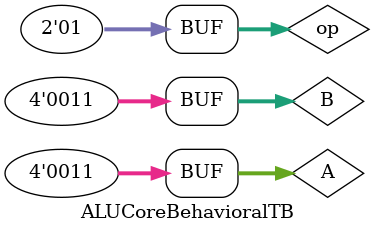
<source format=sv>
`timescale 1ns/1ns


module ALUCoreBehavioralTB();

logic [3:0] A,B;
logic [1:0]op;
wire overflow,zero;
wire [3:0]s;

ALUCoreBehavioral instant(A,B,op,zero,overflow,s);

initial begin
    
    A = 4'b0011;
    B = 4'b0010;
    op = 2'b01;

    #100
    A = 4'b0010;
    B = 4'b0011;
    op = 2'b10;

    #100
    A = 4'b0110;
    B = 4'b0111;
    op = 2'b00;

    #100
    A = 4'b0011;
    B = 4'b0011;
    op = 2'b01;
end
    
endmodule
</source>
